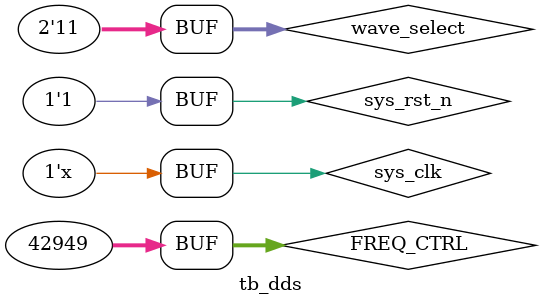
<source format=v>
`timescale  1ns/1ns

module  tb_dds();

//**************************************************************//
//*************** Parameter and Internal Signal ****************//
//**************************************************************//
//wire  define
//reg   define
reg            sys_clk     ;
reg            sys_rst_n   ;
reg         [31:0] FREQ_CTRL; 
reg         [1:0]wave_select;
wire        [7:0]data_out;
//**************************************************************//
//************************** Main Code *************************//
//**************************************************************//
//sys_rst_n,sys_clk,key
initial
    begin
        sys_clk     =  1'b0;
        sys_rst_n   <=  1'b0;
        FREQ_CTRL   <= 32'd42949;//500
        wave_select <=  2'b11;
        #200;
        sys_rst_n   <=   1'b1;
        #10000
        wave_select <=  2'b11;
        #8000000;
        wave_select <=  2'b10;
        #8000000;
        wave_select <=  2'b01;
        #8000000;
        wave_select <=  2'b00;
        #8000000;
        wave_select <=  2'b11;
        #8000000;
    end
always #10 sys_clk = ~sys_clk;

//**************************************************************//
//************************ Instantiation ***********************//
//**************************************************************//
//------------- top_dds_inst -------------
dds   dds_inst
(
    .sys_clk     (sys_clk  ),   //系统时钟,50MHz
    .sys_rst_n   (sys_rst_n ),   //复位信号,低电平有效
    .wave_select (wave_select),   //输出波形选择
    .FREQ_CTRL   (FREQ_CTRL),
    .data_out    (data_out)    //波形输出
);

endmodule

</source>
